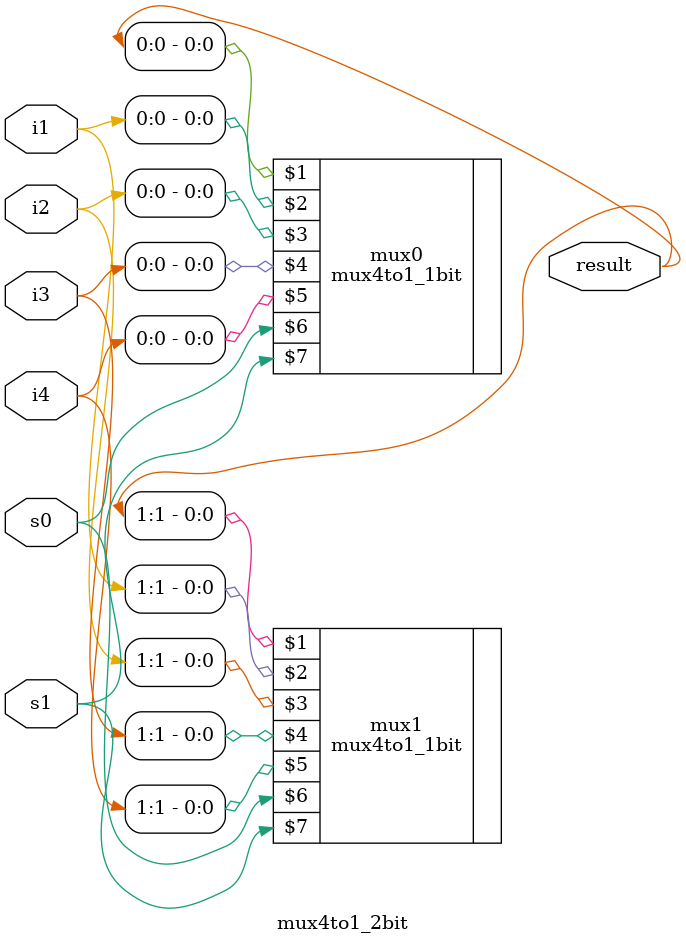
<source format=v>
module mux4to1_2bit(result, i1,i2,i3,i4,s0,s1);
	output[1:0] result;
	input[1:0] i1;
	input[1:0] i2;
	input[1:0] i3;
	input[1:0] i4;
	input s0,s1;
	mux4to1_1bit mux0(result[0],i1[0],i2[0],i3[0],i4[0],s0,s1);
	mux4to1_1bit mux1(result[1],i1[1],i2[1],i3[1],i4[1],s0,s1);
endmodule 
</source>
